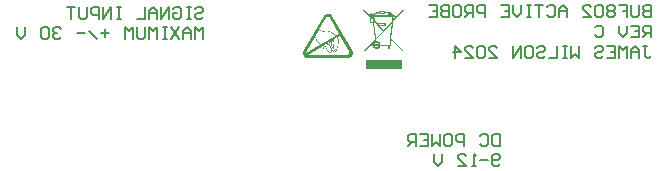
<source format=gbr>
%TF.GenerationSoftware,Altium Limited,Altium Designer,18.1.11 (251)*%
G04 Layer_Color=32896*
%FSLAX26Y26*%
%MOIN*%
%TF.FileFunction,Legend,Bot*%
%TF.Part,Single*%
G01*
G75*
%TA.AperFunction,NonConductor*%
%ADD47C,0.008000*%
G36*
X1759842Y719378D02*
X1722790Y680795D01*
X1721697Y670412D01*
X1719401Y645164D01*
X1717543Y627020D01*
X1757219Y586251D01*
X1754487Y583628D01*
X1717216Y621883D01*
X1715030Y598383D01*
X1713827D01*
Y589421D01*
X1705520D01*
Y598383D01*
X1679835D01*
X1678851Y596635D01*
X1677649Y594886D01*
X1675791Y592918D01*
X1673386Y591279D01*
X1670654Y590404D01*
X1668031Y590077D01*
X1665298Y590186D01*
X1663331Y590732D01*
X1661035Y591716D01*
X1659068Y592918D01*
X1657538Y594448D01*
X1656007Y596635D01*
X1654915Y599039D01*
X1654259Y601334D01*
X1654040Y603192D01*
X1654259Y605488D01*
X1654587Y607237D01*
X1655242Y608876D01*
X1656226Y610734D01*
X1657319Y612264D01*
X1658849Y613685D01*
X1660489Y614778D01*
X1662019Y615543D01*
X1661800Y617511D01*
X1629120Y583628D01*
X1626387Y586360D01*
X1661473Y622648D01*
X1658631Y654345D01*
X1656663Y677298D01*
X1646170D01*
Y692053D01*
X1648903D01*
X1622343Y719378D01*
X1625076Y722002D01*
X1650105Y696207D01*
Y698065D01*
X1649559Y698502D01*
X1648903Y698939D01*
X1648247Y699595D01*
X1647591Y700360D01*
X1647264Y701344D01*
X1646936Y702218D01*
X1646826Y703311D01*
X1647045Y704732D01*
X1647373Y705497D01*
X1648357Y707028D01*
X1649449Y708011D01*
X1650870Y708667D01*
X1652401Y708886D01*
X1653931Y708667D01*
X1655242Y708120D01*
X1656335Y707465D01*
X1656882Y706809D01*
X1657866Y707683D01*
X1659505Y708776D01*
X1661473Y709760D01*
X1664314Y710853D01*
X1667375Y711727D01*
X1670435Y712383D01*
X1673714Y712930D01*
X1676337Y713258D01*
Y716537D01*
X1697323D01*
Y713695D01*
X1698962D01*
X1701695Y713367D01*
X1704537Y713039D01*
X1707269Y712602D01*
Y714351D01*
X1716341D01*
Y710088D01*
X1717434Y709541D01*
X1718855Y708886D01*
X1720495Y707902D01*
X1721806Y707028D01*
X1723008Y705934D01*
X1723883Y705169D01*
X1724429Y704404D01*
X1724867Y703530D01*
X1724648Y702000D01*
X1729894D01*
Y695332D01*
X1724101D01*
X1723227Y686698D01*
X1757110Y722002D01*
X1759842Y719378D01*
D02*
G37*
G36*
X1507469Y707793D02*
X1508999Y707574D01*
X1510529Y707137D01*
X1511732Y706809D01*
X1512824Y706372D01*
X1513590Y705934D01*
X1514027Y705716D01*
X1514245Y705607D01*
X1514792Y705279D01*
X1515229Y705060D01*
X1515448Y704841D01*
X1516541Y703967D01*
X1517524Y703093D01*
X1518399Y702109D01*
X1519164Y701235D01*
X1519710Y700470D01*
X1520148Y699814D01*
X1520366Y699376D01*
X1520476Y699267D01*
X1586383Y585049D01*
X1586493D01*
X1586602Y584939D01*
Y584830D01*
Y584721D01*
X1587039Y583846D01*
X1587476Y583081D01*
X1587586Y582644D01*
X1587695Y582426D01*
X1587804Y582207D01*
X1587914Y581879D01*
X1588132Y581114D01*
X1588242Y580458D01*
X1588351Y580240D01*
Y580130D01*
X1588679Y577835D01*
X1588569Y575649D01*
X1588351Y573572D01*
X1587804Y571823D01*
X1587367Y570403D01*
X1586821Y569309D01*
X1586711Y568872D01*
X1586493Y568544D01*
X1586383Y568435D01*
Y568326D01*
Y568216D01*
X1585946Y567451D01*
X1585509Y566796D01*
X1585072Y566358D01*
X1584963Y566140D01*
X1584416Y565484D01*
X1583870Y564938D01*
X1583432Y564500D01*
X1583214Y564391D01*
X1582230Y563517D01*
X1581246Y562861D01*
X1579279Y561659D01*
X1577312Y560893D01*
X1575563Y560347D01*
X1573923Y560019D01*
X1572612Y559910D01*
X1572174Y559800D01*
X1439484D01*
X1438391Y559910D01*
X1437517Y560019D01*
X1437080Y560128D01*
X1436970D01*
X1436314Y560238D01*
X1435440Y560456D01*
X1434784Y560566D01*
X1434675Y560675D01*
X1434566D01*
X1432380Y561549D01*
X1430522Y562751D01*
X1428882Y563954D01*
X1427571Y565265D01*
X1426477Y566468D01*
X1425822Y567451D01*
X1425275Y568107D01*
X1425166Y568216D01*
Y568326D01*
X1425057D01*
X1424510Y569309D01*
X1424182Y570075D01*
X1424073Y570512D01*
X1423964Y570621D01*
X1423636Y571605D01*
X1423417Y572370D01*
X1423308Y572807D01*
Y573026D01*
X1423089Y574228D01*
X1422980Y575430D01*
Y577726D01*
X1423308Y579802D01*
X1423745Y581660D01*
X1424292Y583191D01*
X1424729Y584393D01*
X1424947Y584830D01*
X1425166Y585158D01*
X1425275Y585267D01*
Y585377D01*
X1491183Y699595D01*
X1491730Y700360D01*
X1492167Y701016D01*
X1492495Y701453D01*
X1492604Y701672D01*
X1493150Y702218D01*
X1493697Y702765D01*
X1494134Y703202D01*
X1494244Y703421D01*
X1494353D01*
X1496211Y704951D01*
X1498178Y706044D01*
X1500036Y706809D01*
X1501785Y707355D01*
X1503425Y707683D01*
X1504627Y707793D01*
X1505064Y707902D01*
X1505720D01*
X1507469Y707793D01*
D02*
G37*
G36*
X1751864Y553352D02*
Y552805D01*
Y552040D01*
Y551275D01*
Y550401D01*
Y549635D01*
Y549089D01*
Y548980D01*
Y548870D01*
Y545264D01*
Y543515D01*
Y541875D01*
Y540564D01*
Y539471D01*
Y539033D01*
Y538706D01*
Y538596D01*
Y538487D01*
Y536410D01*
Y534552D01*
Y532803D01*
Y531273D01*
Y529962D01*
Y529087D01*
Y528431D01*
Y528322D01*
Y528213D01*
Y526683D01*
Y525590D01*
Y524715D01*
Y524169D01*
Y523841D01*
Y523731D01*
Y523622D01*
X1632399D01*
Y523841D01*
Y524387D01*
Y525043D01*
Y525917D01*
Y526792D01*
Y527448D01*
Y527994D01*
Y528213D01*
Y531820D01*
Y533568D01*
Y535099D01*
Y536519D01*
Y537503D01*
Y537940D01*
Y538268D01*
Y538378D01*
Y538487D01*
Y540564D01*
Y542531D01*
Y544280D01*
Y545810D01*
Y547122D01*
Y548105D01*
Y548652D01*
Y548870D01*
Y549745D01*
Y550401D01*
Y551603D01*
Y552477D01*
Y553024D01*
Y553352D01*
Y553461D01*
Y553570D01*
X1751864D01*
Y553352D01*
D02*
G37*
%LPC*%
G36*
X1693388Y712820D02*
X1680053D01*
Y710634D01*
X1693388D01*
Y712820D01*
D02*
G37*
G36*
X1697323Y709760D02*
Y706809D01*
X1676337D01*
Y709323D01*
X1671965Y708667D01*
X1668031Y707683D01*
X1664752Y706809D01*
X1662128Y705607D01*
X1660052Y704404D01*
X1658521Y702983D01*
Y702000D01*
X1707269D01*
Y708448D01*
X1704318Y708995D01*
X1701039Y709432D01*
X1697323Y709760D01*
D02*
G37*
G36*
X1712625Y710634D02*
X1711095D01*
Y705607D01*
X1712516D01*
X1712625Y710634D01*
D02*
G37*
G36*
X1716341Y705716D02*
Y702000D01*
X1720822D01*
X1720932Y702655D01*
X1719839Y703749D01*
X1718418Y704732D01*
X1716341Y705716D01*
D02*
G37*
G36*
X1652947Y705060D02*
X1652619D01*
X1651963Y704951D01*
X1651526Y704732D01*
X1651089Y704514D01*
X1650870Y704186D01*
X1650652Y703530D01*
Y703311D01*
Y703202D01*
X1650761Y702546D01*
X1650980Y702109D01*
X1651308Y701781D01*
X1651636Y701562D01*
X1652291Y701344D01*
X1652619D01*
X1653275Y701453D01*
X1653712Y701672D01*
X1654040Y701890D01*
X1654259Y702328D01*
X1654477Y702874D01*
Y703093D01*
Y703202D01*
X1654368Y703858D01*
X1654149Y704295D01*
X1653931Y704623D01*
X1653494Y704841D01*
X1652947Y705060D01*
D02*
G37*
G36*
X1657319Y688337D02*
X1649996D01*
Y681123D01*
X1657319D01*
Y688337D01*
D02*
G37*
G36*
X1693935Y671833D02*
X1674261D01*
Y670631D01*
X1693935D01*
Y671833D01*
D02*
G37*
G36*
X1720276Y695332D02*
X1659068D01*
X1659396Y692053D01*
X1661035D01*
Y685058D01*
X1670216Y675658D01*
X1697760D01*
Y666914D01*
X1678742D01*
X1691421Y653798D01*
X1719074Y682544D01*
X1720276Y695332D01*
D02*
G37*
G36*
X1718527Y676423D02*
X1694044Y651066D01*
X1714155Y630408D01*
X1718527Y676423D01*
D02*
G37*
G36*
X1661035Y679593D02*
Y677298D01*
X1660598D01*
X1664970Y626364D01*
X1688797Y651066D01*
X1673386Y666914D01*
X1670216D01*
Y670084D01*
X1661035Y679593D01*
D02*
G37*
G36*
X1691421Y648333D02*
X1665407Y621336D01*
X1665844Y616636D01*
X1667593Y616746D01*
X1669561Y616636D01*
X1671965Y615981D01*
X1674261Y614778D01*
X1676009Y613576D01*
X1677649Y611937D01*
X1679070Y609860D01*
X1680272Y607237D01*
X1680819Y604285D01*
X1680709Y602318D01*
X1711532D01*
X1713718Y625380D01*
X1691421Y648333D01*
D02*
G37*
G36*
X1668140Y610078D02*
X1667484D01*
X1666282Y609969D01*
X1665298Y609750D01*
X1664424Y609423D01*
X1663659Y609095D01*
X1663003Y608548D01*
X1662565Y608002D01*
X1661691Y606799D01*
X1661254Y605488D01*
X1661035Y604504D01*
X1660926Y604067D01*
Y603739D01*
Y603520D01*
Y603411D01*
X1661035Y602209D01*
X1661254Y601225D01*
X1661582Y600351D01*
X1661910Y599586D01*
X1662456Y599039D01*
X1663003Y598493D01*
X1664205Y597727D01*
X1665407Y597181D01*
X1666500Y596962D01*
X1666828Y596853D01*
X1667484D01*
X1668686Y596962D01*
X1669670Y597181D01*
X1670544Y597509D01*
X1671310Y597837D01*
X1671965Y598383D01*
X1672512Y598930D01*
X1673277Y600132D01*
X1673823Y601334D01*
X1674042Y602427D01*
X1674151Y602755D01*
Y603083D01*
Y603302D01*
Y603411D01*
X1674042Y604613D01*
X1673823Y605597D01*
X1673495Y606471D01*
X1673058Y607237D01*
X1672621Y607892D01*
X1672075Y608439D01*
X1670763Y609204D01*
X1669561Y609750D01*
X1668468Y609969D01*
X1668140Y610078D01*
D02*
G37*
G36*
X1710111Y598493D02*
X1709237D01*
Y593137D01*
X1710111D01*
Y598493D01*
D02*
G37*
%LPD*%
G36*
X1669014Y607674D02*
X1670107Y607237D01*
X1670872Y606471D01*
X1671419Y605706D01*
X1671747Y604832D01*
X1671856Y604067D01*
X1671965Y603630D01*
Y603411D01*
X1671747Y601990D01*
X1671310Y600897D01*
X1670544Y600132D01*
X1669670Y599586D01*
X1668905Y599258D01*
X1668140Y599148D01*
X1667703Y599039D01*
X1667484D01*
X1666063Y599258D01*
X1664970Y599695D01*
X1664205Y600460D01*
X1663659Y601225D01*
X1663331Y601990D01*
X1663221Y602755D01*
X1663112Y603192D01*
Y603411D01*
X1663331Y604941D01*
X1663768Y606034D01*
X1664533Y606799D01*
X1665298Y607346D01*
X1666063Y607674D01*
X1666828Y607783D01*
X1667265Y607892D01*
X1667484D01*
X1669014Y607674D01*
D02*
G37*
%LPC*%
G36*
X1667593Y604067D02*
X1667484D01*
X1667047Y603958D01*
X1666938Y603739D01*
X1666828Y603520D01*
Y603411D01*
X1666938Y603083D01*
X1667156Y602865D01*
X1667375Y602755D01*
X1667484D01*
X1667812Y602865D01*
X1668031Y603083D01*
X1668140Y603302D01*
Y603411D01*
X1668031Y603848D01*
X1667812Y603958D01*
X1667593Y604067D01*
D02*
G37*
G36*
X1506157Y696753D02*
X1505720D01*
Y696644D01*
X1504408Y696535D01*
X1503315Y696316D01*
X1502222Y695879D01*
X1501348Y695442D01*
X1500583Y695005D01*
X1500036Y694567D01*
X1499708Y694349D01*
X1499599Y694239D01*
X1499053Y693693D01*
X1498834Y693474D01*
X1498725Y693365D01*
X1498397Y692928D01*
X1498178Y692491D01*
X1497960Y692272D01*
Y692163D01*
X1497850D01*
X1476428Y655001D01*
X1483751Y651940D01*
X1484953Y651503D01*
X1486046Y651175D01*
X1487139Y650957D01*
X1488123Y650847D01*
X1488997Y650738D01*
X1489762Y650629D01*
X1492823D01*
X1494025Y650738D01*
X1495883D01*
X1496648Y650847D01*
X1498834D01*
X1499490Y650957D01*
X1499927D01*
X1500364Y651066D01*
X1502769D01*
X1504846Y650957D01*
X1506704Y650738D01*
X1508343Y650410D01*
X1509655Y650192D01*
X1510639Y649864D01*
X1511294Y649754D01*
X1511404Y649645D01*
X1511513D01*
X1513262Y648989D01*
X1515011Y648115D01*
X1516759Y647131D01*
X1518399Y646147D01*
X1519710Y645273D01*
X1520803Y644508D01*
X1521241Y644289D01*
X1521569Y644071D01*
X1521678Y643852D01*
X1521787D01*
X1522115Y643634D01*
X1522552Y643415D01*
X1523536Y642759D01*
X1524082Y642431D01*
X1524410Y642213D01*
X1524738Y642103D01*
X1524848Y641994D01*
X1525613Y641447D01*
X1525940Y641338D01*
X1526050Y641229D01*
X1526706Y640901D01*
X1526815Y640792D01*
X1526924Y640682D01*
X1528454Y639699D01*
X1529547Y638934D01*
X1529985Y638606D01*
X1530312Y638387D01*
X1530422Y638168D01*
X1530531D01*
X1531296Y637513D01*
X1531952Y636966D01*
X1532498Y636529D01*
X1532826Y636092D01*
X1533373Y635545D01*
X1533591Y635327D01*
X1543319Y640901D01*
X1513699Y692053D01*
X1512824Y693256D01*
X1512059Y694239D01*
X1511294Y694895D01*
X1511185Y695005D01*
X1511076Y695114D01*
X1510966D01*
X1510857Y695223D01*
X1510639Y695332D01*
X1510529Y695442D01*
X1510420D01*
X1509545Y695879D01*
X1508780Y696207D01*
X1507250Y696644D01*
X1506594D01*
X1506157Y696753D01*
D02*
G37*
G36*
X1475225Y652815D02*
X1462656Y631064D01*
X1463202Y630627D01*
X1463749Y630190D01*
X1464186Y629752D01*
X1464295Y629643D01*
X1465388Y628441D01*
X1466263Y627239D01*
X1466591Y626692D01*
X1466918Y626364D01*
X1467028Y626036D01*
X1467137Y625927D01*
X1467465Y625271D01*
X1467793Y624506D01*
X1468339Y623085D01*
X1468667Y622429D01*
X1468777Y621883D01*
X1468995Y621555D01*
Y621446D01*
X1469432Y620353D01*
X1469760Y619478D01*
X1470088Y618713D01*
X1470416Y618167D01*
X1470635Y617729D01*
X1470853Y617402D01*
X1470963Y617292D01*
Y617183D01*
X1471400Y616636D01*
X1471728Y616199D01*
X1472056Y615871D01*
X1472165Y615762D01*
X1472821Y614997D01*
X1473258Y614450D01*
X1473586Y614122D01*
X1473695Y614013D01*
X1474788Y612920D01*
X1475881Y611937D01*
X1477849Y610297D01*
X1479707Y608985D01*
X1481237Y608111D01*
X1482439Y607346D01*
X1483423Y607018D01*
X1483969Y606799D01*
X1484188Y606690D01*
X1531515Y634015D01*
X1530640Y634889D01*
X1529875Y635655D01*
X1529329Y636092D01*
X1529110Y636201D01*
X1527799Y637185D01*
X1526706Y637950D01*
X1526268Y638278D01*
X1525940Y638496D01*
X1525722Y638715D01*
X1525613D01*
X1525066Y639043D01*
X1524629Y639261D01*
X1523973Y639589D01*
X1523755Y639808D01*
X1523645D01*
X1522880Y640355D01*
X1522115Y640682D01*
X1521569Y641120D01*
X1521131Y641338D01*
X1520585Y641775D01*
X1520366Y641885D01*
X1518399Y643306D01*
X1516541Y644399D01*
X1514901Y645382D01*
X1513480Y646147D01*
X1512387Y646694D01*
X1511513Y647022D01*
X1510966Y647240D01*
X1510748Y647350D01*
X1509108Y647787D01*
X1507360Y648115D01*
X1505720Y648333D01*
X1504081Y648443D01*
X1502660Y648552D01*
X1498943D01*
X1498397Y648443D01*
X1497304D01*
X1494681Y648224D01*
X1493369D01*
X1492276Y648115D01*
X1489981D01*
X1488560Y648224D01*
X1487248Y648443D01*
X1486046Y648661D01*
X1485062Y648989D01*
X1484188Y649317D01*
X1483423Y649536D01*
X1482986Y649645D01*
X1482876Y649754D01*
X1475225Y652815D01*
D02*
G37*
G36*
X1509108Y612702D02*
X1503206Y609313D01*
X1504627Y608330D01*
X1505939Y607237D01*
X1506485Y606799D01*
X1506922Y606471D01*
X1507250Y606253D01*
X1507360Y606144D01*
X1507797Y606909D01*
X1508234Y607674D01*
X1508562Y608330D01*
X1508671Y608439D01*
Y608548D01*
X1508780Y608876D01*
X1508890Y608985D01*
Y609095D01*
X1509108Y609750D01*
X1509218Y610406D01*
X1509327Y610843D01*
Y611062D01*
Y611499D01*
X1509218Y612046D01*
X1509108Y612483D01*
Y612702D01*
D02*
G37*
G36*
X1515557Y616418D02*
X1511294Y614013D01*
X1511622Y612811D01*
X1511732Y611827D01*
X1511841Y611171D01*
Y611062D01*
Y610953D01*
X1511732Y609860D01*
X1511513Y608876D01*
X1511294Y608330D01*
X1511185Y608220D01*
Y608111D01*
X1511076Y607783D01*
X1510966Y607674D01*
X1510857Y607564D01*
X1510529Y606799D01*
X1510201Y606253D01*
X1509655Y605269D01*
X1509327Y604832D01*
X1509218Y604613D01*
X1510748Y603192D01*
X1512059Y601990D01*
X1512606Y601444D01*
X1512934Y601006D01*
X1513152Y600788D01*
X1513262Y600679D01*
X1513590Y600351D01*
X1513699Y600241D01*
X1513918Y599913D01*
X1514027Y599804D01*
X1514792Y601116D01*
X1515338Y602100D01*
X1515666Y602755D01*
X1515776Y602865D01*
Y602974D01*
X1515994Y603520D01*
X1516103Y603848D01*
X1516213Y603958D01*
X1516322Y604395D01*
X1516431Y604613D01*
Y604832D01*
X1516650Y605925D01*
X1516759Y607018D01*
Y607564D01*
Y608002D01*
Y608220D01*
Y608330D01*
Y608548D01*
Y608985D01*
Y609532D01*
Y610297D01*
Y610953D01*
Y611609D01*
Y612046D01*
Y612155D01*
Y613139D01*
X1516650Y613904D01*
X1516541Y614341D01*
Y614560D01*
X1516213Y615325D01*
X1515885Y615871D01*
X1515666Y616308D01*
X1515557Y616418D01*
D02*
G37*
G36*
X1521350Y619697D02*
X1517634Y617620D01*
X1518180Y616855D01*
X1518617Y616090D01*
X1518836Y615434D01*
X1518945Y615325D01*
Y615216D01*
X1519164Y614232D01*
X1519273Y613248D01*
Y612811D01*
Y612483D01*
Y612264D01*
Y612155D01*
Y611390D01*
Y610843D01*
Y610406D01*
Y610188D01*
Y609423D01*
Y608876D01*
Y608439D01*
Y608220D01*
Y607237D01*
X1519164Y606471D01*
Y605816D01*
X1519055Y605269D01*
X1518945Y604832D01*
Y604504D01*
X1518836Y604395D01*
Y604285D01*
Y604176D01*
X1518617Y603520D01*
X1518508Y603192D01*
Y603083D01*
Y602974D01*
X1518290Y602646D01*
X1518071Y602209D01*
X1517962Y602100D01*
Y601990D01*
X1517197Y600351D01*
X1516431Y599039D01*
X1516103Y598493D01*
X1515885Y598055D01*
X1515776Y597837D01*
X1515666Y597727D01*
X1516650Y596088D01*
X1517415Y594667D01*
X1517743Y594121D01*
X1517852Y593683D01*
X1518071Y593465D01*
Y593356D01*
X1518508Y593683D01*
X1518945Y593902D01*
X1519273Y594121D01*
X1519492Y594230D01*
X1520257Y594667D01*
X1520694Y594995D01*
X1520913Y595214D01*
X1521022Y595323D01*
X1521241Y595542D01*
X1521459Y595760D01*
X1521787Y595869D01*
X1521896Y595979D01*
X1522224Y596197D01*
X1522443Y596307D01*
X1522552Y596416D01*
X1522334D01*
X1522552Y596525D01*
X1522880Y596635D01*
X1523099Y596853D01*
X1523208D01*
Y596962D01*
X1523317Y597072D01*
Y597181D01*
Y597400D01*
Y597618D01*
Y599258D01*
X1523208Y600788D01*
X1523099Y601334D01*
Y601772D01*
X1522989Y602100D01*
Y602209D01*
X1522880Y602865D01*
X1522989Y603630D01*
X1523317Y605379D01*
X1523536Y606253D01*
X1523755Y606909D01*
X1523864Y607346D01*
X1523973Y607564D01*
X1524410Y608876D01*
X1524629Y609860D01*
X1524848Y610734D01*
X1524957Y611390D01*
Y611937D01*
Y612264D01*
Y612374D01*
Y612483D01*
X1524848Y612920D01*
X1524629Y613357D01*
X1524192Y614341D01*
X1523864Y614778D01*
X1523645Y615106D01*
X1523536Y615325D01*
X1523427Y615434D01*
X1522880Y616418D01*
X1522334Y617183D01*
X1522006Y617948D01*
X1521678Y618604D01*
X1521569Y619041D01*
X1521459Y619369D01*
X1521350Y619587D01*
Y619697D01*
D02*
G37*
G36*
X1494462Y597946D02*
X1494353D01*
X1494025Y597837D01*
X1493588Y597509D01*
X1493150Y597072D01*
X1492604Y596635D01*
X1492167Y596197D01*
X1491839Y595760D01*
X1491620Y595432D01*
X1491511Y595323D01*
X1491402Y595214D01*
Y595104D01*
X1491292D01*
X1491183Y594995D01*
X1490855Y594558D01*
X1490746Y594121D01*
Y593793D01*
Y593683D01*
X1490855Y593137D01*
X1490965Y592481D01*
X1491074Y591825D01*
X1491183Y591716D01*
Y591607D01*
Y591497D01*
X1491292D01*
X1491511Y591279D01*
X1491839Y591169D01*
X1492713Y590951D01*
X1493478Y590842D01*
X1493806D01*
X1495446Y590951D01*
X1496211Y591060D01*
X1496867Y591169D01*
X1497413Y591279D01*
X1497850Y591388D01*
X1498069Y591497D01*
X1498178D01*
X1498834Y591716D01*
X1499381Y592044D01*
X1499708Y592153D01*
X1499818Y592263D01*
X1499708Y592372D01*
Y592481D01*
X1499599Y592809D01*
X1499490Y592918D01*
X1498616Y594339D01*
X1497850Y595323D01*
X1497195Y595979D01*
X1497085Y596197D01*
X1496976D01*
X1496211Y596744D01*
X1495336Y597290D01*
X1494681Y597727D01*
X1494462Y597946D01*
D02*
G37*
G36*
X1536105Y628332D02*
X1523645Y621118D01*
X1523755Y620462D01*
X1523864Y619806D01*
X1524520Y618385D01*
X1524848Y617729D01*
X1525066Y617292D01*
X1525285Y616964D01*
X1525394Y616855D01*
X1525940Y615981D01*
X1526487Y615216D01*
X1526815Y614560D01*
X1527034Y614013D01*
X1527252Y613576D01*
X1527361Y613248D01*
X1527471Y613029D01*
Y612920D01*
Y612155D01*
X1527361Y611171D01*
X1526924Y609095D01*
X1526706Y608220D01*
X1526487Y607455D01*
X1526378Y606909D01*
X1526268Y606690D01*
X1525940Y605597D01*
X1525613Y604723D01*
X1525503Y604067D01*
X1525394Y603520D01*
Y603192D01*
Y602974D01*
Y602755D01*
X1525722Y600788D01*
X1525831Y599913D01*
Y599148D01*
Y598493D01*
X1525722Y597946D01*
Y597618D01*
Y597509D01*
Y596962D01*
Y596853D01*
Y596744D01*
X1525613Y596307D01*
Y596197D01*
Y596088D01*
X1525394Y595432D01*
X1525285Y594995D01*
X1525175Y594886D01*
Y594776D01*
X1525066Y594230D01*
X1524957Y593902D01*
X1524848Y593356D01*
X1524738Y593137D01*
X1524410Y591935D01*
X1524082Y590951D01*
X1523645Y589202D01*
X1523317Y587781D01*
X1523099Y586688D01*
X1522989Y585923D01*
X1522880Y585377D01*
Y585158D01*
Y585049D01*
X1522989Y584284D01*
X1523317Y583519D01*
X1523973Y582426D01*
X1524301Y581988D01*
X1524629Y581660D01*
X1524848Y581442D01*
X1524957Y581332D01*
X1525066Y581223D01*
X1525285Y581114D01*
X1525394Y581005D01*
X1525503Y580895D01*
Y581223D01*
Y581551D01*
Y581879D01*
Y581988D01*
Y582535D01*
Y582972D01*
X1525613Y583191D01*
Y583300D01*
X1525940Y584065D01*
X1526268Y584830D01*
X1526596Y585377D01*
X1526706Y585486D01*
Y585595D01*
X1526924Y585814D01*
X1527143Y586142D01*
X1527252Y586360D01*
X1527361Y586470D01*
X1528127Y587563D01*
X1528892Y588328D01*
X1529766Y588984D01*
X1530531Y589311D01*
X1531187Y589530D01*
X1531733Y589749D01*
X1532717D01*
X1533154Y589639D01*
X1533482Y589530D01*
X1533591D01*
X1533810Y589421D01*
X1533919D01*
X1534247Y590295D01*
X1534575Y591169D01*
X1534903Y591825D01*
X1535012Y592044D01*
Y592153D01*
X1535777Y593793D01*
X1536215Y595104D01*
X1536433Y595651D01*
X1536543Y596088D01*
X1536652Y596307D01*
Y596416D01*
X1536870Y597181D01*
X1537089Y598055D01*
X1537417Y599804D01*
X1537526Y600569D01*
Y601225D01*
X1537636Y601662D01*
Y601772D01*
X1537854Y603192D01*
X1537964Y604504D01*
X1538182Y605597D01*
X1538291Y606471D01*
X1538401Y607127D01*
X1538510Y607564D01*
X1538619Y607892D01*
Y608002D01*
Y608220D01*
X1538838Y608876D01*
X1539056Y609641D01*
X1539166Y610297D01*
X1539275Y610406D01*
Y610516D01*
X1539712Y612264D01*
X1540040Y613685D01*
X1540259Y614888D01*
X1540368Y615871D01*
Y616527D01*
Y617074D01*
X1540259Y617292D01*
Y617402D01*
X1540040Y617948D01*
X1539822Y618604D01*
X1539275Y620025D01*
X1538947Y620681D01*
X1538729Y621227D01*
X1538619Y621664D01*
X1538510Y621774D01*
X1537854Y623194D01*
X1537308Y624506D01*
X1536870Y625599D01*
X1536543Y626583D01*
X1536324Y627348D01*
X1536215Y627894D01*
X1536105Y628222D01*
Y628332D01*
D02*
G37*
G36*
X1500911Y608002D02*
X1491839Y602755D01*
X1492276Y602318D01*
X1492823Y601881D01*
X1494134Y601006D01*
X1494681Y600569D01*
X1495118Y600351D01*
X1495446Y600132D01*
X1495555Y600023D01*
X1496320Y599476D01*
X1496976Y599039D01*
X1497413Y598711D01*
X1497850Y598493D01*
X1498288Y598165D01*
X1498397Y598055D01*
X1499708Y596744D01*
X1500802Y595432D01*
X1501129Y594886D01*
X1501457Y594448D01*
X1501567Y594121D01*
X1501676Y594011D01*
X1502113Y593028D01*
X1502441Y592372D01*
X1502660Y591935D01*
Y591825D01*
X1502878Y591169D01*
X1502987Y590842D01*
Y590732D01*
X1503753Y591060D01*
X1504299Y591169D01*
X1504736Y591279D01*
X1504846D01*
X1505392Y591388D01*
X1505720Y591497D01*
X1505939Y591607D01*
X1506048D01*
X1507578Y591716D01*
X1509108Y591607D01*
X1509873Y591497D01*
X1510311D01*
X1510748Y591388D01*
X1510857D01*
X1511294Y591279D01*
X1511622Y591169D01*
X1511732Y591060D01*
X1512278D01*
X1512497Y590951D01*
X1512824Y590842D01*
X1512934Y590732D01*
X1514245Y590186D01*
X1515338Y589639D01*
X1515994Y589093D01*
X1516103Y588984D01*
X1516213Y588874D01*
X1516431Y588546D01*
X1516650Y588109D01*
X1516759Y587781D01*
X1516869Y587672D01*
X1516759Y588656D01*
X1516650Y589749D01*
X1515994Y591716D01*
X1515120Y593574D01*
X1514136Y595323D01*
X1513152Y596853D01*
X1512278Y598055D01*
X1511950Y598493D01*
X1511622Y598821D01*
X1511513Y598930D01*
X1511404Y599039D01*
X1509545Y601006D01*
X1508671Y601881D01*
X1507797Y602537D01*
X1507141Y603192D01*
X1506594Y603630D01*
X1506157Y603958D01*
X1506048Y604067D01*
X1503971Y605706D01*
X1503097Y606362D01*
X1502332Y606909D01*
X1501785Y607346D01*
X1501348Y607783D01*
X1501020Y607892D01*
X1500911Y608002D01*
D02*
G37*
G36*
X1500692Y589858D02*
X1500146Y589639D01*
X1499599Y589421D01*
X1499162Y589311D01*
X1498943Y589202D01*
X1498616Y589093D01*
X1498178Y588984D01*
X1497850Y588874D01*
X1497741D01*
X1497413Y588328D01*
X1497195Y587781D01*
X1496976Y586907D01*
Y586142D01*
X1497085Y586032D01*
Y585923D01*
X1497195Y585705D01*
Y585486D01*
X1497304Y585377D01*
X1497523Y584939D01*
X1497632Y584721D01*
X1497741Y584611D01*
X1498397Y584174D01*
X1499162Y583956D01*
X1499927D01*
X1501020Y584065D01*
X1501895Y584502D01*
X1502441Y584830D01*
X1502660Y584939D01*
X1501785Y586470D01*
X1501239Y587672D01*
X1501129Y588218D01*
X1501020Y588546D01*
X1500911Y588765D01*
Y588874D01*
X1500802Y589311D01*
X1500692Y589639D01*
Y589749D01*
Y589858D01*
D02*
G37*
G36*
X1507141Y590514D02*
X1506376D01*
X1505611Y590295D01*
X1504955Y590186D01*
X1503971Y589858D01*
X1503425Y589530D01*
X1503206Y589421D01*
X1503315Y588874D01*
X1503643Y588218D01*
X1504408Y586798D01*
X1504736Y586251D01*
X1505064Y585705D01*
X1505283Y585377D01*
X1505392Y585267D01*
X1506048Y584393D01*
X1506704Y583628D01*
X1507250Y582972D01*
X1507687Y582535D01*
X1508015Y582207D01*
X1508234Y581988D01*
X1508453Y581770D01*
X1509218Y581332D01*
X1509655Y581005D01*
X1509873Y580895D01*
X1509983D01*
X1510529Y580677D01*
X1510966Y580567D01*
X1511404D01*
X1512278Y580458D01*
X1513480D01*
X1514355Y580677D01*
X1514792Y580895D01*
X1515120Y581114D01*
X1515229Y581223D01*
X1515994Y582207D01*
X1516431Y583300D01*
X1516541Y583737D01*
X1516650Y584174D01*
X1516759Y584393D01*
Y584502D01*
X1516650Y585049D01*
X1516541Y585377D01*
X1516431Y585595D01*
Y585705D01*
X1516213Y586360D01*
X1515885Y586907D01*
X1515776Y587344D01*
X1515557Y587563D01*
X1515448Y587890D01*
X1515338Y588000D01*
X1514464Y588656D01*
X1513590Y589202D01*
X1512934Y589530D01*
X1512715Y589639D01*
X1512278D01*
X1511950Y589749D01*
X1511841Y589858D01*
X1511513D01*
X1511294Y589967D01*
X1511185D01*
X1510311Y590186D01*
X1509218Y590295D01*
X1508343Y590404D01*
X1507578D01*
X1507141Y590514D01*
D02*
G37*
G36*
X1532826Y588546D02*
X1532280D01*
X1531406Y588437D01*
X1530640Y588109D01*
X1529985Y587672D01*
X1529438Y587235D01*
X1529001Y586798D01*
X1528564Y586360D01*
X1528454Y586032D01*
X1528345Y585923D01*
X1528127Y585486D01*
X1528017Y585267D01*
X1527799Y584939D01*
X1527689Y584830D01*
X1527252Y584174D01*
X1527034Y583628D01*
X1526815Y583191D01*
Y582972D01*
X1526706Y582753D01*
Y582426D01*
Y582098D01*
Y581988D01*
Y581332D01*
X1526815Y581114D01*
Y581005D01*
Y580677D01*
Y580458D01*
Y580349D01*
X1527034Y580240D01*
X1527361Y580130D01*
X1527908D01*
X1528454Y580240D01*
X1529001Y580458D01*
X1529766Y580895D01*
X1530312Y581442D01*
X1530531Y581551D01*
Y581660D01*
X1530968Y582316D01*
X1531515Y583191D01*
X1531952Y584065D01*
X1532389Y585158D01*
X1532717Y586032D01*
X1533045Y586798D01*
X1533154Y587344D01*
X1533264Y587563D01*
X1533482Y588328D01*
X1533373D01*
X1533264Y588437D01*
X1532826Y588546D01*
D02*
G37*
G36*
X1546926Y634562D02*
X1538401Y629643D01*
X1538619Y628550D01*
X1538947Y627457D01*
X1539275Y626255D01*
X1539712Y625162D01*
X1540040Y624178D01*
X1540368Y623413D01*
X1540587Y622976D01*
X1540696Y622757D01*
X1541133Y621664D01*
X1541570Y620790D01*
X1541898Y619915D01*
X1542117Y619260D01*
X1542335Y618713D01*
X1542445Y618385D01*
X1542554Y618167D01*
Y618057D01*
X1542773Y617074D01*
Y615762D01*
X1542663Y614450D01*
X1542445Y613139D01*
X1542117Y611827D01*
X1541898Y610843D01*
X1541789Y610406D01*
Y610078D01*
X1541680Y609969D01*
Y609860D01*
X1541352Y608876D01*
X1541243Y608220D01*
X1541133Y607783D01*
Y607674D01*
X1541024Y607455D01*
X1540805Y606690D01*
X1540696Y605706D01*
X1540368Y603739D01*
X1540259Y602865D01*
X1540149Y602100D01*
X1540040Y601662D01*
Y601444D01*
X1539822Y600023D01*
X1539603Y598711D01*
X1539494Y597727D01*
X1539275Y596962D01*
X1539166Y596416D01*
X1539056Y595979D01*
X1538947Y595760D01*
Y595651D01*
X1538729Y595104D01*
X1538510Y594339D01*
X1537964Y592918D01*
X1537745Y592263D01*
X1537526Y591716D01*
X1537308Y591388D01*
Y591279D01*
X1536870Y590186D01*
X1536543Y589421D01*
X1536324Y588765D01*
X1536105Y588328D01*
X1535996Y588109D01*
X1535887Y587890D01*
Y587781D01*
X1535777Y587672D01*
X1535668Y587344D01*
X1535559Y586907D01*
Y586798D01*
X1534903Y585049D01*
X1534357Y583737D01*
X1533810Y582535D01*
X1533373Y581660D01*
X1532936Y580895D01*
X1532608Y580458D01*
X1532498Y580240D01*
X1532389Y580130D01*
X1531733Y579365D01*
X1530968Y578819D01*
X1530312Y578381D01*
X1529547Y578163D01*
X1529001Y577944D01*
X1528564Y577835D01*
X1528236Y577726D01*
X1527252D01*
X1526378Y577944D01*
X1525831Y578053D01*
X1525722Y578163D01*
X1525613D01*
X1524848Y578491D01*
X1524192Y578928D01*
X1523645Y579365D01*
X1523427Y579474D01*
X1522552Y580349D01*
X1521787Y581223D01*
X1521241Y582207D01*
X1520913Y583081D01*
X1520694Y583737D01*
X1520585Y584393D01*
X1520476Y584830D01*
Y584939D01*
Y585814D01*
X1520694Y587016D01*
X1521022Y588328D01*
X1521350Y589749D01*
X1521678Y590951D01*
X1521896Y592044D01*
X1522006Y592481D01*
X1522115Y592809D01*
X1522224Y592918D01*
Y593028D01*
X1521787Y592809D01*
X1521241Y592481D01*
X1520803Y592263D01*
X1520694Y592153D01*
X1520148Y591825D01*
X1519710Y591497D01*
X1519382Y591279D01*
X1519164Y591060D01*
X1518945Y590951D01*
Y590842D01*
X1519273Y589530D01*
X1519382Y588437D01*
Y588000D01*
Y587672D01*
Y587453D01*
Y587344D01*
Y587016D01*
Y586907D01*
Y586798D01*
Y586688D01*
X1519273Y584939D01*
X1518945Y583519D01*
X1518617Y582207D01*
X1518071Y581223D01*
X1517634Y580458D01*
X1517306Y579912D01*
X1516978Y579584D01*
X1516869Y579474D01*
X1515885Y578819D01*
X1514901Y578381D01*
X1514464Y578272D01*
X1514136Y578163D01*
X1513918Y578053D01*
X1511185D01*
X1510311Y578272D01*
X1509545Y578491D01*
X1509108Y578600D01*
X1508890Y578709D01*
X1508125Y579146D01*
X1507469Y579474D01*
X1507141Y579802D01*
X1507032Y579912D01*
X1505939Y580895D01*
X1505064Y581879D01*
X1504627Y582316D01*
X1504299Y582644D01*
X1504190Y582863D01*
X1504081Y582972D01*
X1503425Y582535D01*
X1502769Y582098D01*
X1501457Y581660D01*
X1500911Y581551D01*
X1500474Y581442D01*
X1499162D01*
X1498397Y581551D01*
X1497632Y581879D01*
X1497085Y582098D01*
X1496648Y582426D01*
X1496320Y582753D01*
X1496102Y582863D01*
X1495992Y582972D01*
Y582863D01*
X1495883Y582972D01*
X1495774Y583191D01*
X1495664Y583300D01*
X1495446Y583628D01*
X1495227Y583956D01*
X1495009Y584174D01*
Y584284D01*
X1494899Y584830D01*
X1494790Y585158D01*
X1494681Y585267D01*
Y585377D01*
X1494571Y586470D01*
Y587453D01*
X1494681Y587890D01*
Y588109D01*
X1494790Y588328D01*
Y588437D01*
X1493697D01*
X1492604Y588546D01*
X1491620Y588656D01*
X1490965Y588874D01*
X1490309Y589202D01*
X1489871Y589530D01*
X1489544Y589749D01*
X1489325Y589858D01*
Y589967D01*
X1489106Y590295D01*
X1488997Y590514D01*
X1488888Y590732D01*
X1488560Y591825D01*
X1488341Y592809D01*
X1488232Y593356D01*
Y593574D01*
X1488451Y594776D01*
X1488778Y595760D01*
X1489106Y596416D01*
X1489325Y596525D01*
Y596635D01*
X1489434Y596853D01*
X1489544Y596962D01*
X1490637Y598055D01*
X1491511Y598821D01*
X1491948Y599258D01*
X1492167Y599367D01*
X1491183Y600132D01*
X1490418Y600788D01*
X1489871Y601225D01*
X1489653Y601444D01*
X1437954Y571495D01*
X1438719Y570949D01*
X1439484Y570621D01*
X1440140Y570403D01*
X1440249Y570293D01*
X1440577D01*
X1441014Y570184D01*
X1441452Y570075D01*
X1441561Y569965D01*
X1442982D01*
Y569856D01*
X1568349D01*
X1569660Y569965D01*
X1570863Y570184D01*
X1571956Y570621D01*
X1572939Y571058D01*
X1573705Y571495D01*
X1574251Y571933D01*
X1574579Y572151D01*
X1574688Y572261D01*
X1575126Y572698D01*
X1575344Y573026D01*
X1575563Y573135D01*
Y573244D01*
X1575891Y573682D01*
X1576109Y574009D01*
X1576328Y574337D01*
Y574447D01*
X1576437D01*
X1576984Y575540D01*
X1577312Y576633D01*
X1577421Y577726D01*
X1577530Y578709D01*
Y579584D01*
Y580240D01*
X1577421Y580677D01*
Y580786D01*
X1577312Y581332D01*
X1577202Y581770D01*
X1577093Y581988D01*
Y582098D01*
X1576984Y582426D01*
X1576765Y582863D01*
X1576656Y583191D01*
X1576546Y583300D01*
X1576437Y583409D01*
Y583519D01*
X1546926Y634562D01*
D02*
G37*
G36*
X1461454Y628987D02*
X1461344D01*
X1435222Y583737D01*
Y583628D01*
X1434566Y582316D01*
X1434238Y581114D01*
X1434019Y580567D01*
Y580130D01*
X1433910Y579912D01*
Y579802D01*
X1434019D01*
X1433910Y579256D01*
Y579146D01*
Y579037D01*
Y578381D01*
Y577944D01*
X1434019Y577726D01*
Y577616D01*
X1481455Y605160D01*
X1479816Y606034D01*
X1478176Y607127D01*
X1476646Y608330D01*
X1475116Y609423D01*
X1473914Y610516D01*
X1472930Y611390D01*
X1472274Y612046D01*
X1472165Y612155D01*
X1472056Y612264D01*
X1471400Y612920D01*
X1470853Y613467D01*
X1470416Y613904D01*
X1470197Y614122D01*
X1469760Y614669D01*
X1469432Y615325D01*
X1469104Y615762D01*
X1468995Y615871D01*
X1468558Y616527D01*
X1468230Y617292D01*
X1467465Y618822D01*
X1467246Y619478D01*
X1467028Y620025D01*
X1466809Y620462D01*
Y620571D01*
X1466372Y621555D01*
X1466044Y622429D01*
X1465716Y623194D01*
X1465388Y623741D01*
X1465170Y624178D01*
X1465060Y624506D01*
X1464951Y624725D01*
X1464514Y625490D01*
X1463967Y626145D01*
X1463202Y627129D01*
X1462765Y627676D01*
X1462546Y627894D01*
X1461781Y628659D01*
X1461563Y628878D01*
X1461454Y628987D01*
D02*
G37*
%LPD*%
D47*
X1062783Y722680D02*
X1069447Y729345D01*
X1082776D01*
X1089441Y722680D01*
Y716016D01*
X1082776Y709351D01*
X1069447D01*
X1062783Y702687D01*
Y696022D01*
X1069447Y689358D01*
X1082776D01*
X1089441Y696022D01*
X1049454Y729345D02*
X1036125D01*
X1042789D01*
Y689358D01*
X1049454D01*
X1036125D01*
X989473Y722680D02*
X996138Y729345D01*
X1009467D01*
X1016131Y722680D01*
Y696022D01*
X1009467Y689358D01*
X996138D01*
X989473Y696022D01*
Y709351D01*
X1002802D01*
X976144Y689358D02*
Y729345D01*
X949486Y689358D01*
Y729345D01*
X936157Y689358D02*
Y716016D01*
X922828Y729345D01*
X909499Y716016D01*
Y689358D01*
Y709351D01*
X936157D01*
X896170Y729345D02*
Y689358D01*
X869512D01*
X816196Y729345D02*
X802867D01*
X809531D01*
Y689358D01*
X816196D01*
X802867D01*
X782873D02*
Y729345D01*
X756215Y689358D01*
Y729345D01*
X742886Y689358D02*
Y729345D01*
X722893D01*
X716228Y722680D01*
Y709351D01*
X722893Y702687D01*
X742886D01*
X702899Y729345D02*
Y696022D01*
X696235Y689358D01*
X682905D01*
X676241Y696022D01*
Y729345D01*
X662912D02*
X636254D01*
X649583D01*
Y689358D01*
X1089441Y622173D02*
Y662160D01*
X1076112Y648831D01*
X1062783Y662160D01*
Y622173D01*
X1049454D02*
Y648831D01*
X1036125Y662160D01*
X1022796Y648831D01*
Y622173D01*
Y642167D01*
X1049454D01*
X1009467Y662160D02*
X982809Y622173D01*
Y662160D02*
X1009467Y622173D01*
X969480Y662160D02*
X956151D01*
X962815D01*
Y622173D01*
X969480D01*
X956151D01*
X936157D02*
Y662160D01*
X922828Y648831D01*
X909499Y662160D01*
Y622173D01*
X896170Y662160D02*
Y628838D01*
X889505Y622173D01*
X876177D01*
X869512Y628838D01*
Y662160D01*
X856183Y622173D02*
Y662160D01*
X842854Y648831D01*
X829525Y662160D01*
Y622173D01*
X776209Y642167D02*
X749551D01*
X762880Y655496D02*
Y628838D01*
X736222Y622173D02*
X709564Y648831D01*
X696235Y642167D02*
X669577D01*
X616260Y655496D02*
X609596Y662160D01*
X596267D01*
X589602Y655496D01*
Y648831D01*
X596267Y642167D01*
X602931D01*
X596267D01*
X589602Y635502D01*
Y628838D01*
X596267Y622173D01*
X609596D01*
X616260Y628838D01*
X576273Y655496D02*
X569609Y662160D01*
X556280D01*
X549615Y655496D01*
Y628838D01*
X556280Y622173D01*
X569609D01*
X576273Y628838D01*
Y655496D01*
X496299Y662160D02*
Y635502D01*
X482970Y622173D01*
X469641Y635502D01*
Y662160D01*
X2078614Y308085D02*
Y268098D01*
X2058621D01*
X2051956Y274762D01*
Y301421D01*
X2058621Y308085D01*
X2078614D01*
X2011969Y301421D02*
X2018633Y308085D01*
X2031963D01*
X2038627Y301421D01*
Y274762D01*
X2031963Y268098D01*
X2018633D01*
X2011969Y274762D01*
X1958653Y268098D02*
Y308085D01*
X1938659D01*
X1931995Y301421D01*
Y288091D01*
X1938659Y281427D01*
X1958653D01*
X1898672Y308085D02*
X1912001D01*
X1918666Y301421D01*
Y274762D01*
X1912001Y268098D01*
X1898672D01*
X1892008Y274762D01*
Y301421D01*
X1898672Y308085D01*
X1878679D02*
Y268098D01*
X1865350Y281427D01*
X1852021Y268098D01*
Y308085D01*
X1812034D02*
X1838691D01*
Y268098D01*
X1812034D01*
X1838691Y288091D02*
X1825362D01*
X1798704Y268098D02*
Y308085D01*
X1778711D01*
X1772046Y301421D01*
Y288091D01*
X1778711Y281427D01*
X1798704D01*
X1785375D02*
X1772046Y268098D01*
X2078614Y207578D02*
X2071950Y200913D01*
X2058621D01*
X2051956Y207578D01*
Y234236D01*
X2058621Y240901D01*
X2071950D01*
X2078614Y234236D01*
Y227571D01*
X2071950Y220907D01*
X2051956D01*
X2038627D02*
X2011969D01*
X1998640Y200913D02*
X1985311D01*
X1991975D01*
Y240901D01*
X1998640Y234236D01*
X1938659Y200913D02*
X1965317D01*
X1938659Y227571D01*
Y234236D01*
X1945324Y240901D01*
X1958653D01*
X1965317Y234236D01*
X1885343Y240901D02*
Y214243D01*
X1872014Y200913D01*
X1858685Y214243D01*
Y240901D01*
X2582551Y735506D02*
Y695519D01*
X2562558D01*
X2555893Y702183D01*
Y708848D01*
X2562558Y715512D01*
X2582551D01*
X2562558D01*
X2555893Y722177D01*
Y728841D01*
X2562558Y735506D01*
X2582551D01*
X2542564D02*
Y702183D01*
X2535900Y695519D01*
X2522571D01*
X2515906Y702183D01*
Y735506D01*
X2475919D02*
X2502577D01*
Y715512D01*
X2489248D01*
X2502577D01*
Y695519D01*
X2462590Y728841D02*
X2455925Y735506D01*
X2442596D01*
X2435932Y728841D01*
Y722177D01*
X2442596Y715512D01*
X2435932Y708848D01*
Y702183D01*
X2442596Y695519D01*
X2455925D01*
X2462590Y702183D01*
Y708848D01*
X2455925Y715512D01*
X2462590Y722177D01*
Y728841D01*
X2455925Y715512D02*
X2442596D01*
X2422603Y728841D02*
X2415938Y735506D01*
X2402609D01*
X2395945Y728841D01*
Y702183D01*
X2402609Y695519D01*
X2415938D01*
X2422603Y702183D01*
Y728841D01*
X2355958Y695519D02*
X2382616D01*
X2355958Y722177D01*
Y728841D01*
X2362622Y735506D01*
X2375951D01*
X2382616Y728841D01*
X2302642Y695519D02*
Y722177D01*
X2289312Y735506D01*
X2275983Y722177D01*
Y695519D01*
Y715512D01*
X2302642D01*
X2235996Y728841D02*
X2242661Y735506D01*
X2255990D01*
X2262654Y728841D01*
Y702183D01*
X2255990Y695519D01*
X2242661D01*
X2235996Y702183D01*
X2222667Y735506D02*
X2196009D01*
X2209338D01*
Y695519D01*
X2182680Y735506D02*
X2169351D01*
X2176016D01*
Y695519D01*
X2182680D01*
X2169351D01*
X2149358Y735506D02*
Y708848D01*
X2136029Y695519D01*
X2122700Y708848D01*
Y735506D01*
X2082713D02*
X2109370D01*
Y695519D01*
X2082713D01*
X2109370Y715512D02*
X2096041D01*
X2029396Y695519D02*
Y735506D01*
X2009403D01*
X2002738Y728841D01*
Y715512D01*
X2009403Y708848D01*
X2029396D01*
X1989409Y695519D02*
Y735506D01*
X1969416D01*
X1962751Y728841D01*
Y715512D01*
X1969416Y708848D01*
X1989409D01*
X1976080D02*
X1962751Y695519D01*
X1929429Y735506D02*
X1942758D01*
X1949422Y728841D01*
Y702183D01*
X1942758Y695519D01*
X1929429D01*
X1922764Y702183D01*
Y728841D01*
X1929429Y735506D01*
X1909435D02*
Y695519D01*
X1889441D01*
X1882777Y702183D01*
Y708848D01*
X1889441Y715512D01*
X1909435D01*
X1889441D01*
X1882777Y722177D01*
Y728841D01*
X1889441Y735506D01*
X1909435D01*
X1842790D02*
X1869448D01*
Y695519D01*
X1842790D01*
X1869448Y715512D02*
X1856119D01*
X2582551Y628334D02*
Y668321D01*
X2562558D01*
X2555893Y661657D01*
Y648328D01*
X2562558Y641663D01*
X2582551D01*
X2569222D02*
X2555893Y628334D01*
X2515906Y668321D02*
X2542564D01*
Y628334D01*
X2515906D01*
X2542564Y648328D02*
X2529235D01*
X2502577Y668321D02*
Y641663D01*
X2489248Y628334D01*
X2475919Y641663D01*
Y668321D01*
X2395945Y661657D02*
X2402609Y668321D01*
X2415938D01*
X2422603Y661657D01*
Y634999D01*
X2415938Y628334D01*
X2402609D01*
X2395945Y634999D01*
X2555893Y601137D02*
X2569222D01*
X2562558D01*
Y567814D01*
X2569222Y561150D01*
X2575887D01*
X2582551Y567814D01*
X2542564Y561150D02*
Y587808D01*
X2529235Y601137D01*
X2515906Y587808D01*
Y561150D01*
Y581143D01*
X2542564D01*
X2502577Y561150D02*
Y601137D01*
X2489248Y587808D01*
X2475919Y601137D01*
Y561150D01*
X2435932Y601137D02*
X2462590D01*
Y561150D01*
X2435932D01*
X2462590Y581143D02*
X2449261D01*
X2395945Y594472D02*
X2402609Y601137D01*
X2415938D01*
X2422603Y594472D01*
Y587808D01*
X2415938Y581143D01*
X2402609D01*
X2395945Y574479D01*
Y567814D01*
X2402609Y561150D01*
X2415938D01*
X2422603Y567814D01*
X2342629Y601137D02*
Y561150D01*
X2329300Y574479D01*
X2315971Y561150D01*
Y601137D01*
X2302642D02*
X2289312D01*
X2295977D01*
Y561150D01*
X2302642D01*
X2289312D01*
X2269319Y601137D02*
Y561150D01*
X2242661D01*
X2202674Y594472D02*
X2209338Y601137D01*
X2222667D01*
X2229332Y594472D01*
Y587808D01*
X2222667Y581143D01*
X2209338D01*
X2202674Y574479D01*
Y567814D01*
X2209338Y561150D01*
X2222667D01*
X2229332Y567814D01*
X2169351Y601137D02*
X2182680D01*
X2189345Y594472D01*
Y567814D01*
X2182680Y561150D01*
X2169351D01*
X2162687Y567814D01*
Y594472D01*
X2169351Y601137D01*
X2149358Y561150D02*
Y601137D01*
X2122700Y561150D01*
Y601137D01*
X2042725Y561150D02*
X2069383D01*
X2042725Y587808D01*
Y594472D01*
X2049390Y601137D01*
X2062719D01*
X2069383Y594472D01*
X2029396D02*
X2022732Y601137D01*
X2009403D01*
X2002738Y594472D01*
Y567814D01*
X2009403Y561150D01*
X2022732D01*
X2029396Y567814D01*
Y594472D01*
X1962751Y561150D02*
X1989409D01*
X1962751Y587808D01*
Y594472D01*
X1969416Y601137D01*
X1982745D01*
X1989409Y594472D01*
X1929429Y561150D02*
Y601137D01*
X1949422Y581143D01*
X1922764D01*
%TF.MD5,8c522c6f357cf84f2279db3769fb22f9*%
M02*

</source>
